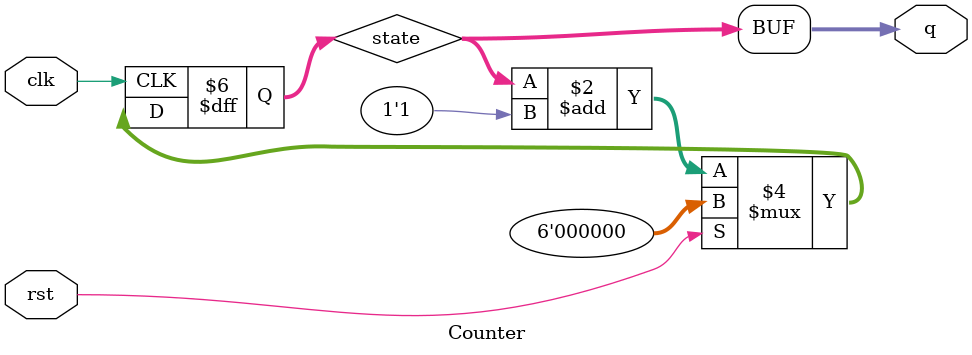
<source format=v>
module Counter #(
  parameter SIZE=5
) (
  input           rst,
  input           clk,
  output [SIZE:0] q
);

reg [SIZE:0] state;

always @(posedge clk) begin
  if (rst) begin
    state <= {SIZE{1'b0}};
  end
  else begin
    state <= state + 1'b1;
  end
end

assign q = state;

endmodule

</source>
